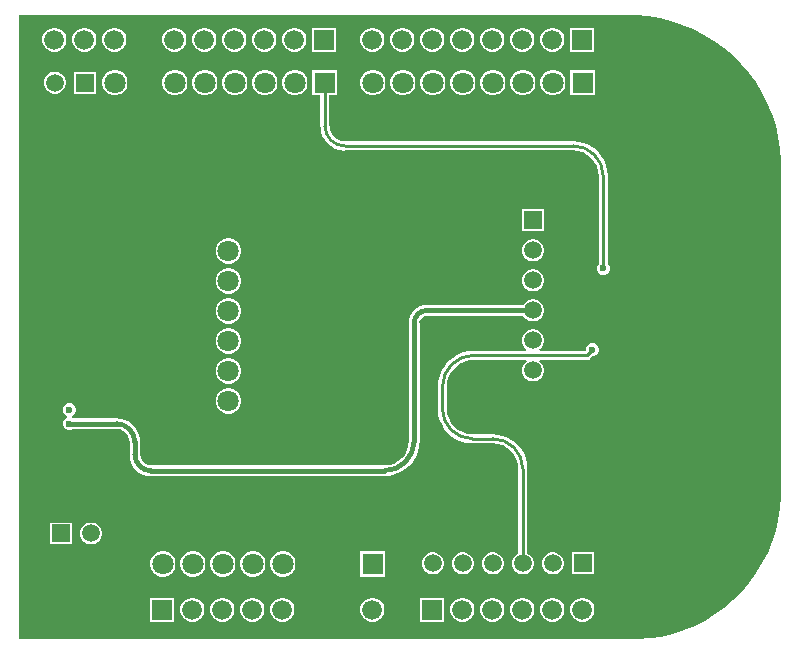
<source format=gbl>
G04*
G04 #@! TF.GenerationSoftware,Altium Limited,Altium Designer,25.6.2 (33)*
G04*
G04 Layer_Physical_Order=2*
G04 Layer_Color=16711680*
%FSLAX44Y44*%
%MOMM*%
G71*
G04*
G04 #@! TF.SameCoordinates,9B6F8C68-430D-48FD-858A-4A9C4FCAB163*
G04*
G04*
G04 #@! TF.FilePolarity,Positive*
G04*
G01*
G75*
%ADD12C,0.2540*%
%ADD17R,3.7000X1.5000*%
%ADD31C,0.6000*%
%ADD33C,0.3810*%
%ADD44R,1.5000X1.5000*%
%ADD45C,1.5000*%
%ADD46R,1.8000X1.8000*%
%ADD47C,1.8000*%
%ADD48R,1.6764X1.6764*%
%ADD49C,1.6764*%
%ADD50R,1.8000X1.8000*%
%ADD51R,1.5000X1.5000*%
G36*
X519938Y530860D02*
X524958Y530860D01*
X534967Y530072D01*
X544883Y528502D01*
X554645Y526158D01*
X564193Y523056D01*
X573468Y519214D01*
X582414Y514656D01*
X590974Y509410D01*
X599096Y503509D01*
X606730Y496989D01*
X613829Y489890D01*
X620349Y482256D01*
X626250Y474133D01*
X631496Y465573D01*
X636054Y456628D01*
X639896Y447352D01*
X642998Y437804D01*
X645342Y428042D01*
X646912Y418126D01*
X647700Y408117D01*
X647700Y403098D01*
X647700Y403098D01*
X647700Y403098D01*
X647700Y128524D01*
X647700Y123574D01*
X646923Y113705D01*
X645375Y103927D01*
X643064Y94300D01*
X640004Y84885D01*
X636216Y75739D01*
X631721Y66918D01*
X626549Y58477D01*
X620730Y50468D01*
X614300Y42940D01*
X607300Y35940D01*
X599772Y29510D01*
X591763Y23691D01*
X583322Y18519D01*
X574501Y14024D01*
X565355Y10236D01*
X555939Y7176D01*
X546313Y4865D01*
X536535Y3317D01*
X526666Y2540D01*
X521716Y2540D01*
X2540D01*
Y530860D01*
X519938Y530860D01*
D02*
G37*
%LPC*%
G36*
X489712Y520446D02*
X469392D01*
Y500126D01*
X489712D01*
Y520446D01*
D02*
G37*
G36*
X455490D02*
X452814D01*
X450230Y519754D01*
X447914Y518416D01*
X446022Y516524D01*
X444684Y514208D01*
X443992Y511624D01*
Y508948D01*
X444684Y506364D01*
X446022Y504048D01*
X447914Y502156D01*
X450230Y500818D01*
X452814Y500126D01*
X455490D01*
X458074Y500818D01*
X460390Y502156D01*
X462282Y504048D01*
X463620Y506364D01*
X464312Y508948D01*
Y511624D01*
X463620Y514208D01*
X462282Y516524D01*
X460390Y518416D01*
X458074Y519754D01*
X455490Y520446D01*
D02*
G37*
G36*
X430090D02*
X427414D01*
X424830Y519754D01*
X422514Y518416D01*
X420622Y516524D01*
X419284Y514208D01*
X418592Y511624D01*
Y508948D01*
X419284Y506364D01*
X420622Y504048D01*
X422514Y502156D01*
X424830Y500818D01*
X427414Y500126D01*
X430090D01*
X432674Y500818D01*
X434990Y502156D01*
X436882Y504048D01*
X438220Y506364D01*
X438912Y508948D01*
Y511624D01*
X438220Y514208D01*
X436882Y516524D01*
X434990Y518416D01*
X432674Y519754D01*
X430090Y520446D01*
D02*
G37*
G36*
X404690D02*
X402014D01*
X399430Y519754D01*
X397114Y518416D01*
X395222Y516524D01*
X393884Y514208D01*
X393192Y511624D01*
Y508948D01*
X393884Y506364D01*
X395222Y504048D01*
X397114Y502156D01*
X399430Y500818D01*
X402014Y500126D01*
X404690D01*
X407274Y500818D01*
X409590Y502156D01*
X411482Y504048D01*
X412820Y506364D01*
X413512Y508948D01*
Y511624D01*
X412820Y514208D01*
X411482Y516524D01*
X409590Y518416D01*
X407274Y519754D01*
X404690Y520446D01*
D02*
G37*
G36*
X379290D02*
X376614D01*
X374030Y519754D01*
X371714Y518416D01*
X369822Y516524D01*
X368484Y514208D01*
X367792Y511624D01*
Y508948D01*
X368484Y506364D01*
X369822Y504048D01*
X371714Y502156D01*
X374030Y500818D01*
X376614Y500126D01*
X379290D01*
X381874Y500818D01*
X384190Y502156D01*
X386082Y504048D01*
X387420Y506364D01*
X388112Y508948D01*
Y511624D01*
X387420Y514208D01*
X386082Y516524D01*
X384190Y518416D01*
X381874Y519754D01*
X379290Y520446D01*
D02*
G37*
G36*
X353890D02*
X351214D01*
X348630Y519754D01*
X346314Y518416D01*
X344422Y516524D01*
X343084Y514208D01*
X342392Y511624D01*
Y508948D01*
X343084Y506364D01*
X344422Y504048D01*
X346314Y502156D01*
X348630Y500818D01*
X351214Y500126D01*
X353890D01*
X356474Y500818D01*
X358790Y502156D01*
X360682Y504048D01*
X362020Y506364D01*
X362712Y508948D01*
Y511624D01*
X362020Y514208D01*
X360682Y516524D01*
X358790Y518416D01*
X356474Y519754D01*
X353890Y520446D01*
D02*
G37*
G36*
X328490D02*
X325814D01*
X323230Y519754D01*
X320914Y518416D01*
X319022Y516524D01*
X317684Y514208D01*
X316992Y511624D01*
Y508948D01*
X317684Y506364D01*
X319022Y504048D01*
X320914Y502156D01*
X323230Y500818D01*
X325814Y500126D01*
X328490D01*
X331074Y500818D01*
X333390Y502156D01*
X335282Y504048D01*
X336620Y506364D01*
X337312Y508948D01*
Y511624D01*
X336620Y514208D01*
X335282Y516524D01*
X333390Y518416D01*
X331074Y519754D01*
X328490Y520446D01*
D02*
G37*
G36*
X303090D02*
X300414D01*
X297830Y519754D01*
X295514Y518416D01*
X293622Y516524D01*
X292284Y514208D01*
X291592Y511624D01*
Y508948D01*
X292284Y506364D01*
X293622Y504048D01*
X295514Y502156D01*
X297830Y500818D01*
X300414Y500126D01*
X303090D01*
X305674Y500818D01*
X307990Y502156D01*
X309882Y504048D01*
X311220Y506364D01*
X311912Y508948D01*
Y511624D01*
X311220Y514208D01*
X309882Y516524D01*
X307990Y518416D01*
X305674Y519754D01*
X303090Y520446D01*
D02*
G37*
G36*
X271272D02*
X250952D01*
Y500126D01*
X271272D01*
Y520446D01*
D02*
G37*
G36*
X237050D02*
X234374D01*
X231790Y519754D01*
X229473Y518416D01*
X227582Y516524D01*
X226244Y514208D01*
X225552Y511624D01*
Y508948D01*
X226244Y506364D01*
X227582Y504048D01*
X229473Y502156D01*
X231790Y500818D01*
X234374Y500126D01*
X237050D01*
X239634Y500818D01*
X241950Y502156D01*
X243842Y504048D01*
X245180Y506364D01*
X245872Y508948D01*
Y511624D01*
X245180Y514208D01*
X243842Y516524D01*
X241950Y518416D01*
X239634Y519754D01*
X237050Y520446D01*
D02*
G37*
G36*
X211649D02*
X208974D01*
X206390Y519754D01*
X204074Y518416D01*
X202182Y516524D01*
X200844Y514208D01*
X200152Y511624D01*
Y508948D01*
X200844Y506364D01*
X202182Y504048D01*
X204074Y502156D01*
X206390Y500818D01*
X208974Y500126D01*
X211649D01*
X214233Y500818D01*
X216550Y502156D01*
X218442Y504048D01*
X219779Y506364D01*
X220472Y508948D01*
Y511624D01*
X219779Y514208D01*
X218442Y516524D01*
X216550Y518416D01*
X214233Y519754D01*
X211649Y520446D01*
D02*
G37*
G36*
X186250D02*
X183574D01*
X180990Y519754D01*
X178673Y518416D01*
X176782Y516524D01*
X175444Y514208D01*
X174752Y511624D01*
Y508948D01*
X175444Y506364D01*
X176782Y504048D01*
X178673Y502156D01*
X180990Y500818D01*
X183574Y500126D01*
X186250D01*
X188834Y500818D01*
X191150Y502156D01*
X193042Y504048D01*
X194380Y506364D01*
X195072Y508948D01*
Y511624D01*
X194380Y514208D01*
X193042Y516524D01*
X191150Y518416D01*
X188834Y519754D01*
X186250Y520446D01*
D02*
G37*
G36*
X160849D02*
X158174D01*
X155590Y519754D01*
X153273Y518416D01*
X151382Y516524D01*
X150044Y514208D01*
X149352Y511624D01*
Y508948D01*
X150044Y506364D01*
X151382Y504048D01*
X153273Y502156D01*
X155590Y500818D01*
X158174Y500126D01*
X160849D01*
X163433Y500818D01*
X165750Y502156D01*
X167642Y504048D01*
X168979Y506364D01*
X169672Y508948D01*
Y511624D01*
X168979Y514208D01*
X167642Y516524D01*
X165750Y518416D01*
X163433Y519754D01*
X160849Y520446D01*
D02*
G37*
G36*
X135449D02*
X132774D01*
X130190Y519754D01*
X127873Y518416D01*
X125982Y516524D01*
X124644Y514208D01*
X123952Y511624D01*
Y508948D01*
X124644Y506364D01*
X125982Y504048D01*
X127873Y502156D01*
X130190Y500818D01*
X132774Y500126D01*
X135449D01*
X138034Y500818D01*
X140350Y502156D01*
X142242Y504048D01*
X143580Y506364D01*
X144272Y508948D01*
Y511624D01*
X143580Y514208D01*
X142242Y516524D01*
X140350Y518416D01*
X138034Y519754D01*
X135449Y520446D01*
D02*
G37*
G36*
X84650D02*
X81974D01*
X79390Y519754D01*
X77074Y518416D01*
X75182Y516524D01*
X73844Y514208D01*
X73152Y511624D01*
Y508948D01*
X73844Y506364D01*
X75182Y504048D01*
X77074Y502156D01*
X79390Y500818D01*
X81974Y500126D01*
X84650D01*
X87234Y500818D01*
X89550Y502156D01*
X91442Y504048D01*
X92780Y506364D01*
X93472Y508948D01*
Y511624D01*
X92780Y514208D01*
X91442Y516524D01*
X89550Y518416D01*
X87234Y519754D01*
X84650Y520446D01*
D02*
G37*
G36*
X59250D02*
X56574D01*
X53990Y519754D01*
X51674Y518416D01*
X49782Y516524D01*
X48444Y514208D01*
X47752Y511624D01*
Y508948D01*
X48444Y506364D01*
X49782Y504048D01*
X51674Y502156D01*
X53990Y500818D01*
X56574Y500126D01*
X59250D01*
X61834Y500818D01*
X64150Y502156D01*
X66042Y504048D01*
X67380Y506364D01*
X68072Y508948D01*
Y511624D01*
X67380Y514208D01*
X66042Y516524D01*
X64150Y518416D01*
X61834Y519754D01*
X59250Y520446D01*
D02*
G37*
G36*
X33850D02*
X31174D01*
X28590Y519754D01*
X26274Y518416D01*
X24382Y516524D01*
X23044Y514208D01*
X22352Y511624D01*
Y508948D01*
X23044Y506364D01*
X24382Y504048D01*
X26274Y502156D01*
X28590Y500818D01*
X31174Y500126D01*
X33850D01*
X36434Y500818D01*
X38750Y502156D01*
X40642Y504048D01*
X41980Y506364D01*
X42672Y508948D01*
Y511624D01*
X41980Y514208D01*
X40642Y516524D01*
X38750Y518416D01*
X36434Y519754D01*
X33850Y520446D01*
D02*
G37*
G36*
X67444Y483242D02*
X48888D01*
Y464686D01*
X67444D01*
Y483242D01*
D02*
G37*
G36*
X33988D02*
X31544D01*
X29185Y482610D01*
X27069Y481388D01*
X25342Y479661D01*
X24120Y477545D01*
X23488Y475186D01*
Y472743D01*
X24120Y470383D01*
X25342Y468267D01*
X27069Y466540D01*
X29185Y465318D01*
X31544Y464686D01*
X33988D01*
X36347Y465318D01*
X38463Y466540D01*
X40190Y468267D01*
X41412Y470383D01*
X42044Y472743D01*
Y475186D01*
X41412Y477545D01*
X40190Y479661D01*
X38463Y481388D01*
X36347Y482610D01*
X33988Y483242D01*
D02*
G37*
G36*
X490584Y484742D02*
X469028D01*
Y463186D01*
X490584D01*
Y484742D01*
D02*
G37*
G36*
X455825D02*
X452987D01*
X450246Y484007D01*
X447788Y482589D01*
X445782Y480582D01*
X444362Y478124D01*
X443628Y475383D01*
Y472545D01*
X444362Y469804D01*
X445782Y467346D01*
X447788Y465340D01*
X450246Y463921D01*
X452987Y463186D01*
X455825D01*
X458566Y463921D01*
X461024Y465340D01*
X463031Y467346D01*
X464450Y469804D01*
X465184Y472545D01*
Y475383D01*
X464450Y478124D01*
X463031Y480582D01*
X461024Y482589D01*
X458566Y484007D01*
X455825Y484742D01*
D02*
G37*
G36*
X430425D02*
X427587D01*
X424846Y484007D01*
X422388Y482589D01*
X420382Y480582D01*
X418963Y478124D01*
X418228Y475383D01*
Y472545D01*
X418963Y469804D01*
X420382Y467346D01*
X422388Y465340D01*
X424846Y463921D01*
X427587Y463186D01*
X430425D01*
X433166Y463921D01*
X435624Y465340D01*
X437631Y467346D01*
X439049Y469804D01*
X439784Y472545D01*
Y475383D01*
X439049Y478124D01*
X437631Y480582D01*
X435624Y482589D01*
X433166Y484007D01*
X430425Y484742D01*
D02*
G37*
G36*
X405025D02*
X402187D01*
X399446Y484007D01*
X396988Y482589D01*
X394981Y480582D01*
X393563Y478124D01*
X392828Y475383D01*
Y472545D01*
X393563Y469804D01*
X394981Y467346D01*
X396988Y465340D01*
X399446Y463921D01*
X402187Y463186D01*
X405025D01*
X407766Y463921D01*
X410224Y465340D01*
X412230Y467346D01*
X413649Y469804D01*
X414384Y472545D01*
Y475383D01*
X413649Y478124D01*
X412230Y480582D01*
X410224Y482589D01*
X407766Y484007D01*
X405025Y484742D01*
D02*
G37*
G36*
X379625D02*
X376787D01*
X374046Y484007D01*
X371588Y482589D01*
X369581Y480582D01*
X368162Y478124D01*
X367428Y475383D01*
Y472545D01*
X368162Y469804D01*
X369581Y467346D01*
X371588Y465340D01*
X374046Y463921D01*
X376787Y463186D01*
X379625D01*
X382366Y463921D01*
X384824Y465340D01*
X386830Y467346D01*
X388250Y469804D01*
X388984Y472545D01*
Y475383D01*
X388250Y478124D01*
X386830Y480582D01*
X384824Y482589D01*
X382366Y484007D01*
X379625Y484742D01*
D02*
G37*
G36*
X354225D02*
X351387D01*
X348646Y484007D01*
X346188Y482589D01*
X344182Y480582D01*
X342762Y478124D01*
X342028Y475383D01*
Y472545D01*
X342762Y469804D01*
X344182Y467346D01*
X346188Y465340D01*
X348646Y463921D01*
X351387Y463186D01*
X354225D01*
X356966Y463921D01*
X359424Y465340D01*
X361431Y467346D01*
X362850Y469804D01*
X363584Y472545D01*
Y475383D01*
X362850Y478124D01*
X361431Y480582D01*
X359424Y482589D01*
X356966Y484007D01*
X354225Y484742D01*
D02*
G37*
G36*
X328825D02*
X325987D01*
X323246Y484007D01*
X320788Y482589D01*
X318782Y480582D01*
X317362Y478124D01*
X316628Y475383D01*
Y472545D01*
X317362Y469804D01*
X318782Y467346D01*
X320788Y465340D01*
X323246Y463921D01*
X325987Y463186D01*
X328825D01*
X331566Y463921D01*
X334024Y465340D01*
X336031Y467346D01*
X337449Y469804D01*
X338184Y472545D01*
Y475383D01*
X337449Y478124D01*
X336031Y480582D01*
X334024Y482589D01*
X331566Y484007D01*
X328825Y484742D01*
D02*
G37*
G36*
X303425D02*
X300587D01*
X297846Y484007D01*
X295388Y482589D01*
X293382Y480582D01*
X291963Y478124D01*
X291228Y475383D01*
Y472545D01*
X291963Y469804D01*
X293382Y467346D01*
X295388Y465340D01*
X297846Y463921D01*
X300587Y463186D01*
X303425D01*
X306166Y463921D01*
X308624Y465340D01*
X310630Y467346D01*
X312050Y469804D01*
X312784Y472545D01*
Y475383D01*
X312050Y478124D01*
X310630Y480582D01*
X308624Y482589D01*
X306166Y484007D01*
X303425Y484742D01*
D02*
G37*
G36*
X237385D02*
X234547D01*
X231806Y484007D01*
X229348Y482589D01*
X227341Y480582D01*
X225923Y478124D01*
X225188Y475383D01*
Y472545D01*
X225923Y469804D01*
X227341Y467346D01*
X229348Y465340D01*
X231806Y463921D01*
X234547Y463186D01*
X237385D01*
X240126Y463921D01*
X242584Y465340D01*
X244590Y467346D01*
X246010Y469804D01*
X246744Y472545D01*
Y475383D01*
X246010Y478124D01*
X244590Y480582D01*
X242584Y482589D01*
X240126Y484007D01*
X237385Y484742D01*
D02*
G37*
G36*
X211985D02*
X209147D01*
X206406Y484007D01*
X203948Y482589D01*
X201942Y480582D01*
X200522Y478124D01*
X199788Y475383D01*
Y472545D01*
X200522Y469804D01*
X201942Y467346D01*
X203948Y465340D01*
X206406Y463921D01*
X209147Y463186D01*
X211985D01*
X214726Y463921D01*
X217184Y465340D01*
X219191Y467346D01*
X220609Y469804D01*
X221344Y472545D01*
Y475383D01*
X220609Y478124D01*
X219191Y480582D01*
X217184Y482589D01*
X214726Y484007D01*
X211985Y484742D01*
D02*
G37*
G36*
X186585D02*
X183747D01*
X181006Y484007D01*
X178548Y482589D01*
X176542Y480582D01*
X175123Y478124D01*
X174388Y475383D01*
Y472545D01*
X175123Y469804D01*
X176542Y467346D01*
X178548Y465340D01*
X181006Y463921D01*
X183747Y463186D01*
X186585D01*
X189326Y463921D01*
X191784Y465340D01*
X193790Y467346D01*
X195210Y469804D01*
X195944Y472545D01*
Y475383D01*
X195210Y478124D01*
X193790Y480582D01*
X191784Y482589D01*
X189326Y484007D01*
X186585Y484742D01*
D02*
G37*
G36*
X161185D02*
X158347D01*
X155606Y484007D01*
X153148Y482589D01*
X151142Y480582D01*
X149722Y478124D01*
X148988Y475383D01*
Y472545D01*
X149722Y469804D01*
X151142Y467346D01*
X153148Y465340D01*
X155606Y463921D01*
X158347Y463186D01*
X161185D01*
X163926Y463921D01*
X166384Y465340D01*
X168391Y467346D01*
X169809Y469804D01*
X170544Y472545D01*
Y475383D01*
X169809Y478124D01*
X168391Y480582D01*
X166384Y482589D01*
X163926Y484007D01*
X161185Y484742D01*
D02*
G37*
G36*
X135785D02*
X132947D01*
X130206Y484007D01*
X127748Y482589D01*
X125742Y480582D01*
X124323Y478124D01*
X123588Y475383D01*
Y472545D01*
X124323Y469804D01*
X125742Y467346D01*
X127748Y465340D01*
X130206Y463921D01*
X132947Y463186D01*
X135785D01*
X138526Y463921D01*
X140984Y465340D01*
X142991Y467346D01*
X144410Y469804D01*
X145144Y472545D01*
Y475383D01*
X144410Y478124D01*
X142991Y480582D01*
X140984Y482589D01*
X138526Y484007D01*
X135785Y484742D01*
D02*
G37*
G36*
X84985D02*
X82147D01*
X79406Y484007D01*
X76948Y482589D01*
X74942Y480582D01*
X73523Y478124D01*
X72788Y475383D01*
Y472545D01*
X73523Y469804D01*
X74942Y467346D01*
X76948Y465340D01*
X79406Y463921D01*
X82147Y463186D01*
X84985D01*
X87726Y463921D01*
X90184Y465340D01*
X92191Y467346D01*
X93610Y469804D01*
X94344Y472545D01*
Y475383D01*
X93610Y478124D01*
X92191Y480582D01*
X90184Y482589D01*
X87726Y484007D01*
X84985Y484742D01*
D02*
G37*
G36*
X446920Y366656D02*
X428364D01*
Y348100D01*
X446920D01*
Y366656D01*
D02*
G37*
G36*
X438863Y341256D02*
X436421D01*
X434061Y340624D01*
X431945Y339402D01*
X430218Y337675D01*
X428996Y335559D01*
X428364Y333200D01*
Y330756D01*
X428996Y328397D01*
X430218Y326281D01*
X431945Y324554D01*
X434061Y323332D01*
X436421Y322700D01*
X438863D01*
X441223Y323332D01*
X443339Y324554D01*
X445066Y326281D01*
X446288Y328397D01*
X446920Y330756D01*
Y333200D01*
X446288Y335559D01*
X445066Y337675D01*
X443339Y339402D01*
X441223Y340624D01*
X438863Y341256D01*
D02*
G37*
G36*
X181251Y342248D02*
X178413D01*
X175672Y341513D01*
X173214Y340094D01*
X171208Y338088D01*
X169788Y335630D01*
X169054Y332889D01*
Y330051D01*
X169788Y327310D01*
X171208Y324852D01*
X173214Y322845D01*
X175672Y321427D01*
X178413Y320692D01*
X181251D01*
X183992Y321427D01*
X186450Y322845D01*
X188456Y324852D01*
X189876Y327310D01*
X190610Y330051D01*
Y332889D01*
X189876Y335630D01*
X188456Y338088D01*
X186450Y340094D01*
X183992Y341513D01*
X181251Y342248D01*
D02*
G37*
G36*
X272144Y484742D02*
X250588D01*
Y463186D01*
X257481D01*
Y437134D01*
X257476D01*
X257792Y435548D01*
X257852Y435459D01*
X258104Y432897D01*
X259266Y429066D01*
X261153Y425536D01*
X263692Y422442D01*
X266786Y419903D01*
X270316Y418016D01*
X274147Y416854D01*
X278130Y416462D01*
Y416485D01*
X471678D01*
X471851Y416520D01*
X475886Y416123D01*
X479931Y414895D01*
X483660Y412902D01*
X486928Y410220D01*
X489610Y406952D01*
X491603Y403223D01*
X492831Y399178D01*
X493228Y395143D01*
X493193Y394970D01*
Y320688D01*
X492381Y319876D01*
X491538Y317840D01*
Y315636D01*
X492381Y313600D01*
X493940Y312041D01*
X495976Y311198D01*
X498180D01*
X500216Y312041D01*
X501775Y313600D01*
X502618Y315636D01*
Y317840D01*
X501775Y319876D01*
X500963Y320688D01*
Y394970D01*
X500978D01*
X500618Y399554D01*
X499544Y404024D01*
X497785Y408272D01*
X495382Y412192D01*
X492396Y415688D01*
X488900Y418674D01*
X484980Y421077D01*
X480732Y422836D01*
X476262Y423910D01*
X471678Y424270D01*
Y424255D01*
X278130D01*
X277960Y424221D01*
X274848Y424631D01*
X271789Y425897D01*
X269163Y427913D01*
X267148Y430539D01*
X265881Y433598D01*
X265582Y435864D01*
X265606Y437134D01*
X265313Y437841D01*
X265251Y438157D01*
Y463186D01*
X272144D01*
Y484742D01*
D02*
G37*
G36*
X438863Y315856D02*
X436421D01*
X434061Y315224D01*
X431945Y314002D01*
X430218Y312275D01*
X428996Y310159D01*
X428364Y307799D01*
Y305357D01*
X428996Y302997D01*
X430218Y300881D01*
X431945Y299154D01*
X434061Y297932D01*
X436421Y297300D01*
X438863D01*
X441223Y297932D01*
X443339Y299154D01*
X445066Y300881D01*
X446288Y302997D01*
X446920Y305357D01*
Y307799D01*
X446288Y310159D01*
X445066Y312275D01*
X443339Y314002D01*
X441223Y315224D01*
X438863Y315856D01*
D02*
G37*
G36*
X181251Y316848D02*
X178413D01*
X175672Y316113D01*
X173214Y314694D01*
X171208Y312688D01*
X169788Y310230D01*
X169054Y307489D01*
Y304651D01*
X169788Y301910D01*
X171208Y299452D01*
X173214Y297446D01*
X175672Y296026D01*
X178413Y295292D01*
X181251D01*
X183992Y296026D01*
X186450Y297446D01*
X188456Y299452D01*
X189876Y301910D01*
X190610Y304651D01*
Y307489D01*
X189876Y310230D01*
X188456Y312688D01*
X186450Y314694D01*
X183992Y316113D01*
X181251Y316848D01*
D02*
G37*
G36*
X438863Y290456D02*
X436421D01*
X434061Y289824D01*
X431945Y288602D01*
X430218Y286875D01*
X429545Y285710D01*
X347980D01*
X347853Y285685D01*
X344967Y285401D01*
X342071Y284522D01*
X339401Y283095D01*
X337061Y281175D01*
X335141Y278835D01*
X333714Y276165D01*
X332835Y273269D01*
X332551Y270383D01*
X332526Y270256D01*
Y170688D01*
X332567Y170483D01*
X332185Y166605D01*
X330994Y162679D01*
X329060Y159061D01*
X326457Y155889D01*
X323285Y153286D01*
X319667Y151352D01*
X315741Y150161D01*
X311863Y149779D01*
X311658Y149820D01*
X114350D01*
X114231Y149796D01*
X111950Y150097D01*
X109713Y151023D01*
X107793Y152497D01*
X106319Y154417D01*
X105393Y156654D01*
X105092Y158935D01*
X105116Y159054D01*
Y169418D01*
X105127D01*
X104737Y173377D01*
X103582Y177183D01*
X101707Y180691D01*
X99184Y183766D01*
X96109Y186289D01*
X92601Y188164D01*
X88794Y189319D01*
X84836Y189709D01*
Y189698D01*
X48515D01*
X48350Y189863D01*
X47249Y190319D01*
Y191693D01*
X48350Y192150D01*
X49909Y193708D01*
X50752Y195744D01*
Y197948D01*
X49909Y199984D01*
X48350Y201543D01*
X46314Y202386D01*
X44110D01*
X42074Y201543D01*
X40515Y199984D01*
X39672Y197948D01*
Y195744D01*
X40515Y193708D01*
X42074Y192150D01*
X43175Y191693D01*
Y190319D01*
X42074Y189863D01*
X40515Y188304D01*
X39672Y186268D01*
Y184064D01*
X40515Y182028D01*
X42074Y180469D01*
X44110Y179626D01*
X46314D01*
X48350Y180469D01*
X48515Y180634D01*
X84836D01*
X85007Y180668D01*
X87753Y180306D01*
X90472Y179180D01*
X92807Y177389D01*
X94598Y175054D01*
X95724Y172335D01*
X96086Y169589D01*
X96052Y169418D01*
Y159054D01*
X96051D01*
X96403Y155484D01*
X97444Y152051D01*
X99135Y148888D01*
X101411Y146115D01*
X104184Y143839D01*
X107347Y142148D01*
X110780Y141107D01*
X114350Y140755D01*
Y140756D01*
X311658D01*
Y140751D01*
X316341Y141119D01*
X320909Y142216D01*
X325249Y144014D01*
X329255Y146468D01*
X332827Y149519D01*
X335878Y153091D01*
X338332Y157097D01*
X340130Y161437D01*
X341227Y166005D01*
X341595Y170688D01*
X341590D01*
Y270256D01*
X341548Y270468D01*
X341998Y272734D01*
X343402Y274834D01*
X345502Y276238D01*
X347768Y276688D01*
X347980Y276646D01*
X429545D01*
X430218Y275481D01*
X431945Y273754D01*
X434061Y272532D01*
X436421Y271900D01*
X438863D01*
X441223Y272532D01*
X443339Y273754D01*
X445066Y275481D01*
X446288Y277597D01*
X446920Y279956D01*
Y282400D01*
X446288Y284759D01*
X445066Y286875D01*
X443339Y288602D01*
X441223Y289824D01*
X438863Y290456D01*
D02*
G37*
G36*
X181251Y291448D02*
X178413D01*
X175672Y290714D01*
X173214Y289294D01*
X171208Y287288D01*
X169788Y284830D01*
X169054Y282089D01*
Y279251D01*
X169788Y276510D01*
X171208Y274052D01*
X173214Y272045D01*
X175672Y270627D01*
X178413Y269892D01*
X181251D01*
X183992Y270627D01*
X186450Y272045D01*
X188456Y274052D01*
X189876Y276510D01*
X190610Y279251D01*
Y282089D01*
X189876Y284830D01*
X188456Y287288D01*
X186450Y289294D01*
X183992Y290714D01*
X181251Y291448D01*
D02*
G37*
G36*
X438863Y265056D02*
X436421D01*
X434061Y264424D01*
X431945Y263202D01*
X430218Y261475D01*
X428996Y259359D01*
X428364Y256999D01*
Y254557D01*
X428996Y252197D01*
X430218Y250081D01*
X431945Y248354D01*
X432136Y248243D01*
X431796Y246973D01*
X387643D01*
Y246993D01*
X382854Y246616D01*
X378183Y245495D01*
X373745Y243656D01*
X369649Y241146D01*
X365996Y238027D01*
X362876Y234374D01*
X360366Y230278D01*
X358528Y225840D01*
X357407Y221169D01*
X357030Y216380D01*
X357049D01*
Y197866D01*
X357034D01*
X357394Y193282D01*
X358468Y188812D01*
X360227Y184564D01*
X362630Y180644D01*
X365616Y177148D01*
X369112Y174162D01*
X373032Y171759D01*
X377280Y170000D01*
X381750Y168926D01*
X386334Y168566D01*
Y168581D01*
X403606D01*
X403779Y168616D01*
X407813Y168218D01*
X411859Y166991D01*
X415588Y164998D01*
X418856Y162316D01*
X421538Y159048D01*
X423531Y155319D01*
X424758Y151273D01*
X425156Y147239D01*
X425121Y147066D01*
Y75384D01*
X423309Y74337D01*
X421582Y72610D01*
X420360Y70494D01*
X419728Y68134D01*
Y65691D01*
X420360Y63332D01*
X421582Y61216D01*
X423309Y59489D01*
X425425Y58267D01*
X427785Y57635D01*
X430228D01*
X432587Y58267D01*
X434703Y59489D01*
X436430Y61216D01*
X437652Y63332D01*
X438284Y65691D01*
Y68134D01*
X437652Y70494D01*
X436430Y72610D01*
X434703Y74337D01*
X432891Y75384D01*
Y147066D01*
X432906D01*
X432546Y151650D01*
X431472Y156120D01*
X429713Y160368D01*
X427310Y164288D01*
X424324Y167784D01*
X420828Y170770D01*
X416908Y173173D01*
X412660Y174932D01*
X408190Y176006D01*
X403606Y176366D01*
Y176351D01*
X386334D01*
X386161Y176316D01*
X382127Y176714D01*
X378081Y177941D01*
X374352Y179934D01*
X371084Y182616D01*
X368402Y185884D01*
X366409Y189613D01*
X365182Y193659D01*
X364784Y197693D01*
X364819Y197866D01*
Y216380D01*
X364780Y216574D01*
X365201Y220844D01*
X366503Y225137D01*
X368617Y229093D01*
X371463Y232560D01*
X374930Y235406D01*
X378886Y237520D01*
X383179Y238822D01*
X387448Y239243D01*
X387643Y239204D01*
X431833D01*
X432173Y237934D01*
X431945Y237802D01*
X430218Y236075D01*
X428996Y233959D01*
X428364Y231600D01*
Y229156D01*
X428996Y226797D01*
X430218Y224681D01*
X431945Y222954D01*
X434061Y221732D01*
X436421Y221100D01*
X438863D01*
X441223Y221732D01*
X443339Y222954D01*
X445066Y224681D01*
X446288Y226797D01*
X446920Y229156D01*
Y231600D01*
X446288Y233959D01*
X445066Y236075D01*
X443339Y237802D01*
X443111Y237934D01*
X443451Y239204D01*
X483424D01*
X484910Y239500D01*
X486171Y240342D01*
X487916Y242087D01*
X489064D01*
X491100Y242931D01*
X492659Y244489D01*
X493502Y246525D01*
Y248729D01*
X492659Y250765D01*
X491100Y252324D01*
X489064Y253167D01*
X486860D01*
X484824Y252324D01*
X483265Y250765D01*
X482422Y248729D01*
Y247581D01*
X481815Y246973D01*
X443488D01*
X443147Y248243D01*
X443339Y248354D01*
X445066Y250081D01*
X446288Y252197D01*
X446920Y254557D01*
Y256999D01*
X446288Y259359D01*
X445066Y261475D01*
X443339Y263202D01*
X441223Y264424D01*
X438863Y265056D01*
D02*
G37*
G36*
X181251Y266048D02*
X178413D01*
X175672Y265313D01*
X173214Y263895D01*
X171208Y261888D01*
X169788Y259430D01*
X169054Y256689D01*
Y253851D01*
X169788Y251110D01*
X171208Y248652D01*
X173214Y246646D01*
X175672Y245226D01*
X178413Y244492D01*
X181251D01*
X183992Y245226D01*
X186450Y246646D01*
X188456Y248652D01*
X189876Y251110D01*
X190610Y253851D01*
Y256689D01*
X189876Y259430D01*
X188456Y261888D01*
X186450Y263895D01*
X183992Y265313D01*
X181251Y266048D01*
D02*
G37*
G36*
Y240648D02*
X178413D01*
X175672Y239914D01*
X173214Y238494D01*
X171208Y236488D01*
X169788Y234030D01*
X169054Y231289D01*
Y228451D01*
X169788Y225710D01*
X171208Y223252D01*
X173214Y221245D01*
X175672Y219827D01*
X178413Y219092D01*
X181251D01*
X183992Y219827D01*
X186450Y221245D01*
X188456Y223252D01*
X189876Y225710D01*
X190610Y228451D01*
Y231289D01*
X189876Y234030D01*
X188456Y236488D01*
X186450Y238494D01*
X183992Y239914D01*
X181251Y240648D01*
D02*
G37*
G36*
Y215248D02*
X178413D01*
X175672Y214513D01*
X173214Y213095D01*
X171208Y211088D01*
X169788Y208630D01*
X169054Y205889D01*
Y203051D01*
X169788Y200310D01*
X171208Y197852D01*
X173214Y195846D01*
X175672Y194426D01*
X178413Y193692D01*
X181251D01*
X183992Y194426D01*
X186450Y195846D01*
X188456Y197852D01*
X189876Y200310D01*
X190610Y203051D01*
Y205889D01*
X189876Y208630D01*
X188456Y211088D01*
X186450Y213095D01*
X183992Y214513D01*
X181251Y215248D01*
D02*
G37*
G36*
X64721Y101480D02*
X62278D01*
X59919Y100848D01*
X57803Y99626D01*
X56076Y97899D01*
X54854Y95783D01*
X54222Y93424D01*
Y90981D01*
X54854Y88621D01*
X56076Y86505D01*
X57803Y84778D01*
X59919Y83556D01*
X62278Y82924D01*
X64721D01*
X67081Y83556D01*
X69197Y84778D01*
X70924Y86505D01*
X72146Y88621D01*
X72778Y90981D01*
Y93424D01*
X72146Y95783D01*
X70924Y97899D01*
X69197Y99626D01*
X67081Y100848D01*
X64721Y101480D01*
D02*
G37*
G36*
X47378D02*
X28822D01*
Y82924D01*
X47378D01*
Y101480D01*
D02*
G37*
G36*
X489084Y76191D02*
X470528D01*
Y57635D01*
X489084D01*
Y76191D01*
D02*
G37*
G36*
X455628D02*
X453185D01*
X450825Y75559D01*
X448709Y74337D01*
X446982Y72610D01*
X445760Y70494D01*
X445128Y68134D01*
Y65691D01*
X445760Y63332D01*
X446982Y61216D01*
X448709Y59489D01*
X450825Y58267D01*
X453185Y57635D01*
X455628D01*
X457987Y58267D01*
X460103Y59489D01*
X461830Y61216D01*
X463052Y63332D01*
X463684Y65691D01*
Y68134D01*
X463052Y70494D01*
X461830Y72610D01*
X460103Y74337D01*
X457987Y75559D01*
X455628Y76191D01*
D02*
G37*
G36*
X404827D02*
X402384D01*
X400025Y75559D01*
X397909Y74337D01*
X396182Y72610D01*
X394960Y70494D01*
X394328Y68134D01*
Y65691D01*
X394960Y63332D01*
X396182Y61216D01*
X397909Y59489D01*
X400025Y58267D01*
X402384Y57635D01*
X404827D01*
X407187Y58267D01*
X409303Y59489D01*
X411030Y61216D01*
X412252Y63332D01*
X412884Y65691D01*
Y68134D01*
X412252Y70494D01*
X411030Y72610D01*
X409303Y74337D01*
X407187Y75559D01*
X404827Y76191D01*
D02*
G37*
G36*
X379427D02*
X376984D01*
X374625Y75559D01*
X372509Y74337D01*
X370782Y72610D01*
X369560Y70494D01*
X368928Y68134D01*
Y65691D01*
X369560Y63332D01*
X370782Y61216D01*
X372509Y59489D01*
X374625Y58267D01*
X376984Y57635D01*
X379427D01*
X381787Y58267D01*
X383903Y59489D01*
X385630Y61216D01*
X386852Y63332D01*
X387484Y65691D01*
Y68134D01*
X386852Y70494D01*
X385630Y72610D01*
X383903Y74337D01*
X381787Y75559D01*
X379427Y76191D01*
D02*
G37*
G36*
X354027D02*
X351585D01*
X349225Y75559D01*
X347109Y74337D01*
X345382Y72610D01*
X344160Y70494D01*
X343528Y68134D01*
Y65691D01*
X344160Y63332D01*
X345382Y61216D01*
X347109Y59489D01*
X349225Y58267D01*
X351585Y57635D01*
X354027D01*
X356387Y58267D01*
X358503Y59489D01*
X360230Y61216D01*
X361452Y63332D01*
X362084Y65691D01*
Y68134D01*
X361452Y70494D01*
X360230Y72610D01*
X358503Y74337D01*
X356387Y75559D01*
X354027Y76191D01*
D02*
G37*
G36*
X312784Y77326D02*
X291228D01*
Y55770D01*
X312784D01*
Y77326D01*
D02*
G37*
G36*
X227225D02*
X224387D01*
X221646Y76592D01*
X219188Y75173D01*
X217181Y73166D01*
X215763Y70708D01*
X215028Y67967D01*
Y65129D01*
X215763Y62388D01*
X217181Y59930D01*
X219188Y57923D01*
X221646Y56505D01*
X224387Y55770D01*
X227225D01*
X229966Y56505D01*
X232424Y57923D01*
X234431Y59930D01*
X235849Y62388D01*
X236584Y65129D01*
Y67967D01*
X235849Y70708D01*
X234431Y73166D01*
X232424Y75173D01*
X229966Y76592D01*
X227225Y77326D01*
D02*
G37*
G36*
X201825D02*
X198987D01*
X196246Y76592D01*
X193788Y75173D01*
X191782Y73166D01*
X190362Y70708D01*
X189628Y67967D01*
Y65129D01*
X190362Y62388D01*
X191782Y59930D01*
X193788Y57923D01*
X196246Y56505D01*
X198987Y55770D01*
X201825D01*
X204566Y56505D01*
X207024Y57923D01*
X209030Y59930D01*
X210450Y62388D01*
X211184Y65129D01*
Y67967D01*
X210450Y70708D01*
X209030Y73166D01*
X207024Y75173D01*
X204566Y76592D01*
X201825Y77326D01*
D02*
G37*
G36*
X176425D02*
X173587D01*
X170846Y76592D01*
X168388Y75173D01*
X166381Y73166D01*
X164963Y70708D01*
X164228Y67967D01*
Y65129D01*
X164963Y62388D01*
X166381Y59930D01*
X168388Y57923D01*
X170846Y56505D01*
X173587Y55770D01*
X176425D01*
X179166Y56505D01*
X181624Y57923D01*
X183631Y59930D01*
X185049Y62388D01*
X185784Y65129D01*
Y67967D01*
X185049Y70708D01*
X183631Y73166D01*
X181624Y75173D01*
X179166Y76592D01*
X176425Y77326D01*
D02*
G37*
G36*
X151025D02*
X148187D01*
X145446Y76592D01*
X142988Y75173D01*
X140982Y73166D01*
X139563Y70708D01*
X138828Y67967D01*
Y65129D01*
X139563Y62388D01*
X140982Y59930D01*
X142988Y57923D01*
X145446Y56505D01*
X148187Y55770D01*
X151025D01*
X153766Y56505D01*
X156224Y57923D01*
X158230Y59930D01*
X159649Y62388D01*
X160384Y65129D01*
Y67967D01*
X159649Y70708D01*
X158230Y73166D01*
X156224Y75173D01*
X153766Y76592D01*
X151025Y77326D01*
D02*
G37*
G36*
X125625D02*
X122787D01*
X120046Y76592D01*
X117588Y75173D01*
X115582Y73166D01*
X114163Y70708D01*
X113428Y67967D01*
Y65129D01*
X114163Y62388D01*
X115582Y59930D01*
X117588Y57923D01*
X120046Y56505D01*
X122787Y55770D01*
X125625D01*
X128366Y56505D01*
X130824Y57923D01*
X132830Y59930D01*
X134249Y62388D01*
X134984Y65129D01*
Y67967D01*
X134249Y70708D01*
X132830Y73166D01*
X130824Y75173D01*
X128366Y76592D01*
X125625Y77326D01*
D02*
G37*
G36*
X480890Y37846D02*
X478214D01*
X475630Y37154D01*
X473314Y35816D01*
X471422Y33924D01*
X470084Y31608D01*
X469392Y29024D01*
Y26348D01*
X470084Y23764D01*
X471422Y21448D01*
X473314Y19556D01*
X475630Y18218D01*
X478214Y17526D01*
X480890D01*
X483474Y18218D01*
X485790Y19556D01*
X487682Y21448D01*
X489020Y23764D01*
X489712Y26348D01*
Y29024D01*
X489020Y31608D01*
X487682Y33924D01*
X485790Y35816D01*
X483474Y37154D01*
X480890Y37846D01*
D02*
G37*
G36*
X455490D02*
X452814D01*
X450230Y37154D01*
X447914Y35816D01*
X446022Y33924D01*
X444684Y31608D01*
X443992Y29024D01*
Y26348D01*
X444684Y23764D01*
X446022Y21448D01*
X447914Y19556D01*
X450230Y18218D01*
X452814Y17526D01*
X455490D01*
X458074Y18218D01*
X460390Y19556D01*
X462282Y21448D01*
X463620Y23764D01*
X464312Y26348D01*
Y29024D01*
X463620Y31608D01*
X462282Y33924D01*
X460390Y35816D01*
X458074Y37154D01*
X455490Y37846D01*
D02*
G37*
G36*
X430090D02*
X427414D01*
X424830Y37154D01*
X422514Y35816D01*
X420622Y33924D01*
X419284Y31608D01*
X418592Y29024D01*
Y26348D01*
X419284Y23764D01*
X420622Y21448D01*
X422514Y19556D01*
X424830Y18218D01*
X427414Y17526D01*
X430090D01*
X432674Y18218D01*
X434990Y19556D01*
X436882Y21448D01*
X438220Y23764D01*
X438912Y26348D01*
Y29024D01*
X438220Y31608D01*
X436882Y33924D01*
X434990Y35816D01*
X432674Y37154D01*
X430090Y37846D01*
D02*
G37*
G36*
X404690D02*
X402014D01*
X399430Y37154D01*
X397114Y35816D01*
X395222Y33924D01*
X393884Y31608D01*
X393192Y29024D01*
Y26348D01*
X393884Y23764D01*
X395222Y21448D01*
X397114Y19556D01*
X399430Y18218D01*
X402014Y17526D01*
X404690D01*
X407274Y18218D01*
X409590Y19556D01*
X411482Y21448D01*
X412820Y23764D01*
X413512Y26348D01*
Y29024D01*
X412820Y31608D01*
X411482Y33924D01*
X409590Y35816D01*
X407274Y37154D01*
X404690Y37846D01*
D02*
G37*
G36*
X379290D02*
X376614D01*
X374030Y37154D01*
X371714Y35816D01*
X369822Y33924D01*
X368484Y31608D01*
X367792Y29024D01*
Y26348D01*
X368484Y23764D01*
X369822Y21448D01*
X371714Y19556D01*
X374030Y18218D01*
X376614Y17526D01*
X379290D01*
X381874Y18218D01*
X384190Y19556D01*
X386082Y21448D01*
X387420Y23764D01*
X388112Y26348D01*
Y29024D01*
X387420Y31608D01*
X386082Y33924D01*
X384190Y35816D01*
X381874Y37154D01*
X379290Y37846D01*
D02*
G37*
G36*
X362712D02*
X342392D01*
Y17526D01*
X362712D01*
Y37846D01*
D02*
G37*
G36*
X303090D02*
X300414D01*
X297830Y37154D01*
X295514Y35816D01*
X293622Y33924D01*
X292284Y31608D01*
X291592Y29024D01*
Y26348D01*
X292284Y23764D01*
X293622Y21448D01*
X295514Y19556D01*
X297830Y18218D01*
X300414Y17526D01*
X303090D01*
X305674Y18218D01*
X307990Y19556D01*
X309882Y21448D01*
X311220Y23764D01*
X311912Y26348D01*
Y29024D01*
X311220Y31608D01*
X309882Y33924D01*
X307990Y35816D01*
X305674Y37154D01*
X303090Y37846D01*
D02*
G37*
G36*
X226889D02*
X224214D01*
X221630Y37154D01*
X219314Y35816D01*
X217422Y33924D01*
X216084Y31608D01*
X215392Y29024D01*
Y26348D01*
X216084Y23764D01*
X217422Y21448D01*
X219314Y19556D01*
X221630Y18218D01*
X224214Y17526D01*
X226889D01*
X229473Y18218D01*
X231790Y19556D01*
X233682Y21448D01*
X235019Y23764D01*
X235712Y26348D01*
Y29024D01*
X235019Y31608D01*
X233682Y33924D01*
X231790Y35816D01*
X229473Y37154D01*
X226889Y37846D01*
D02*
G37*
G36*
X201490D02*
X198814D01*
X196230Y37154D01*
X193913Y35816D01*
X192022Y33924D01*
X190684Y31608D01*
X189992Y29024D01*
Y26348D01*
X190684Y23764D01*
X192022Y21448D01*
X193913Y19556D01*
X196230Y18218D01*
X198814Y17526D01*
X201490D01*
X204074Y18218D01*
X206390Y19556D01*
X208282Y21448D01*
X209620Y23764D01*
X210312Y26348D01*
Y29024D01*
X209620Y31608D01*
X208282Y33924D01*
X206390Y35816D01*
X204074Y37154D01*
X201490Y37846D01*
D02*
G37*
G36*
X176089D02*
X173414D01*
X170830Y37154D01*
X168514Y35816D01*
X166622Y33924D01*
X165284Y31608D01*
X164592Y29024D01*
Y26348D01*
X165284Y23764D01*
X166622Y21448D01*
X168514Y19556D01*
X170830Y18218D01*
X173414Y17526D01*
X176089D01*
X178673Y18218D01*
X180990Y19556D01*
X182882Y21448D01*
X184219Y23764D01*
X184912Y26348D01*
Y29024D01*
X184219Y31608D01*
X182882Y33924D01*
X180990Y35816D01*
X178673Y37154D01*
X176089Y37846D01*
D02*
G37*
G36*
X150689D02*
X148014D01*
X145430Y37154D01*
X143113Y35816D01*
X141222Y33924D01*
X139884Y31608D01*
X139192Y29024D01*
Y26348D01*
X139884Y23764D01*
X141222Y21448D01*
X143113Y19556D01*
X145430Y18218D01*
X148014Y17526D01*
X150689D01*
X153273Y18218D01*
X155590Y19556D01*
X157482Y21448D01*
X158820Y23764D01*
X159512Y26348D01*
Y29024D01*
X158820Y31608D01*
X157482Y33924D01*
X155590Y35816D01*
X153273Y37154D01*
X150689Y37846D01*
D02*
G37*
G36*
X134112D02*
X113792D01*
Y17526D01*
X134112D01*
Y37846D01*
D02*
G37*
%LPD*%
D12*
X387643Y243089D02*
G03*
X360934Y216380I0J-26709D01*
G01*
Y197866D02*
G03*
X386334Y172466I25400J0D01*
G01*
X429006Y147066D02*
G03*
X403606Y172466I-25400J0D01*
G01*
X497078Y394970D02*
G03*
X471678Y420370I-25400J0D01*
G01*
X261620Y436880D02*
G03*
X278130Y420370I16510J0D01*
G01*
X261366Y437134D02*
G03*
X261620Y436880I254J0D01*
G01*
X483424Y243089D02*
X487962Y247627D01*
X387643Y243089D02*
X483424D01*
X360934Y197866D02*
Y216380D01*
X386334Y172466D02*
X403606D01*
X429006Y66913D02*
Y147066D01*
X497078Y316738D02*
Y394970D01*
X278130Y420370D02*
X471678D01*
X261366Y437134D02*
Y473964D01*
D17*
X629428Y307162D02*
D03*
Y253162D02*
D03*
D31*
X487962Y247627D02*
D03*
X409956Y209296D02*
D03*
X425196Y194056D02*
D03*
X440436Y209296D02*
D03*
Y194056D02*
D03*
X425196Y209296D02*
D03*
X409956Y194056D02*
D03*
X497078Y316738D02*
D03*
X45212Y196846D02*
D03*
Y185166D02*
D03*
X390144Y150622D02*
D03*
X322580Y200152D02*
D03*
X309626D02*
D03*
X93218Y339090D02*
D03*
Y326136D02*
D03*
X296672Y200152D02*
D03*
X283718D02*
D03*
X270764D02*
D03*
X390144Y98806D02*
D03*
Y111760D02*
D03*
Y124714D02*
D03*
Y137668D02*
D03*
X30226Y246634D02*
D03*
Y259588D02*
D03*
Y272542D02*
D03*
Y285496D02*
D03*
Y298450D02*
D03*
X93218Y352044D02*
D03*
Y364998D02*
D03*
Y377952D02*
D03*
X523240Y461464D02*
D03*
Y474418D02*
D03*
Y487372D02*
D03*
Y500326D02*
D03*
Y513280D02*
D03*
X624078Y387604D02*
D03*
Y400558D02*
D03*
Y413512D02*
D03*
Y426466D02*
D03*
Y439420D02*
D03*
X624332Y139700D02*
D03*
Y152654D02*
D03*
Y165608D02*
D03*
Y178562D02*
D03*
Y191516D02*
D03*
X516890Y23876D02*
D03*
Y36830D02*
D03*
Y49784D02*
D03*
Y62738D02*
D03*
Y75692D02*
D03*
X64262Y10668D02*
D03*
X51308D02*
D03*
X38354D02*
D03*
X25400D02*
D03*
X12446D02*
D03*
X20454Y196846D02*
D03*
X20155Y185418D02*
D03*
X20828Y133604D02*
D03*
Y122174D02*
D03*
X208788Y341818D02*
D03*
Y201818D02*
D03*
X402336Y221742D02*
D03*
X602234Y300348D02*
D03*
Y312406D02*
D03*
Y248158D02*
D03*
Y260216D02*
D03*
X640588Y237744D02*
D03*
X629428D02*
D03*
X618268D02*
D03*
X607108D02*
D03*
Y322580D02*
D03*
X618268D02*
D03*
X629428D02*
D03*
X640588D02*
D03*
X559562Y271526D02*
D03*
X552450Y285242D02*
D03*
X549910Y263652D02*
D03*
X539750Y275082D02*
D03*
X538988Y252476D02*
D03*
X528828Y263906D02*
D03*
X528066Y241300D02*
D03*
X517906Y252730D02*
D03*
X506984Y241554D02*
D03*
X517144Y230124D02*
D03*
X496062Y230378D02*
D03*
X507238Y220218D02*
D03*
X497840Y209550D02*
D03*
X487172Y198882D02*
D03*
X485394Y219710D02*
D03*
X470916Y209296D02*
D03*
X571754Y287902D02*
D03*
Y272662D02*
D03*
X586994Y287902D02*
D03*
Y272662D02*
D03*
X602234D02*
D03*
Y287902D02*
D03*
X470916Y194056D02*
D03*
X455676D02*
D03*
Y209296D02*
D03*
D33*
X100584Y159054D02*
G03*
X114350Y145288I13766J0D01*
G01*
X100584Y169418D02*
G03*
X84836Y185166I-15748J0D01*
G01*
X347980Y281178D02*
G03*
X337058Y270256I0J-10922D01*
G01*
X311658Y145288D02*
G03*
X337058Y170688I0J25400D01*
G01*
X100584Y159054D02*
Y169418D01*
X114350Y145288D02*
X311658D01*
X45212Y185166D02*
X84836D01*
X347980Y281178D02*
X437642D01*
X337058Y170688D02*
Y270256D01*
D44*
X437642Y357378D02*
D03*
D45*
Y331978D02*
D03*
Y306578D02*
D03*
Y281178D02*
D03*
Y255778D02*
D03*
Y230378D02*
D03*
X378206Y66913D02*
D03*
X403606D02*
D03*
X454406D02*
D03*
X429006D02*
D03*
X32766Y473964D02*
D03*
X352806Y66913D02*
D03*
X63500Y92202D02*
D03*
Y66802D02*
D03*
D46*
X179832Y356870D02*
D03*
D47*
Y331470D02*
D03*
Y306070D02*
D03*
Y280670D02*
D03*
Y255270D02*
D03*
Y229870D02*
D03*
Y204470D02*
D03*
Y179070D02*
D03*
X302006Y473964D02*
D03*
X124206Y66548D02*
D03*
X454406Y473964D02*
D03*
X429006D02*
D03*
X403606D02*
D03*
X378206D02*
D03*
X352806D02*
D03*
X327406D02*
D03*
X235966D02*
D03*
X210566D02*
D03*
X185166D02*
D03*
X159766D02*
D03*
X134366D02*
D03*
X108966D02*
D03*
X83566D02*
D03*
X175006Y66548D02*
D03*
X225806D02*
D03*
X149606D02*
D03*
X276606D02*
D03*
X251206D02*
D03*
X200406D02*
D03*
D48*
X123952Y27686D02*
D03*
X261112Y510286D02*
D03*
X479552D02*
D03*
X352552Y27686D02*
D03*
D49*
X149352D02*
D03*
X32512Y510286D02*
D03*
X57912D02*
D03*
X301752Y27686D02*
D03*
X174752D02*
D03*
X108712Y510286D02*
D03*
X276352Y27686D02*
D03*
X250952D02*
D03*
X134112Y510286D02*
D03*
X159512D02*
D03*
X184912D02*
D03*
X210312D02*
D03*
X235712D02*
D03*
X301752D02*
D03*
X327152D02*
D03*
X352552D02*
D03*
X377952D02*
D03*
X403352D02*
D03*
X428752D02*
D03*
X454152D02*
D03*
X83312D02*
D03*
X479552Y27686D02*
D03*
X454152D02*
D03*
X428752D02*
D03*
X403352D02*
D03*
X377952D02*
D03*
X225552D02*
D03*
X200152D02*
D03*
D50*
X479806Y473964D02*
D03*
X261366D02*
D03*
X302006Y66548D02*
D03*
D51*
X479806Y66913D02*
D03*
X58166Y473964D02*
D03*
X38100Y92202D02*
D03*
Y66802D02*
D03*
M02*

</source>
